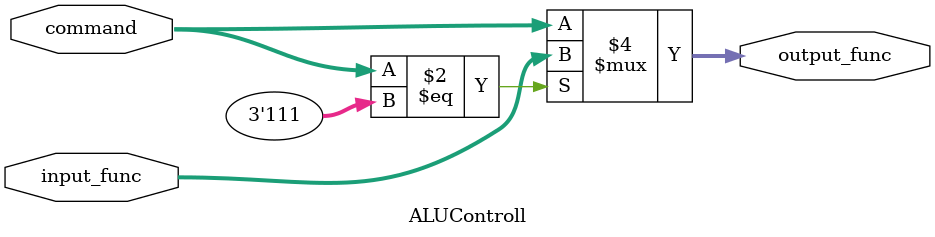
<source format=v>
`timescale 1ns / 1ps

module ALUControll
#(parameter ALU_controll_unit_length = 3, ALU_command_length = 3)
	(
	input wire [ALU_command_length - 1 : 0] input_func,
	input wire [ALU_controll_unit_length - 1 : 0] command,
	
	output reg [ALU_command_length - 1 : 0] output_func
    );
	
	localparam _other_func = 3'b111;
	
	always @ (*)
	begin
		if(command == _other_func)
			output_func = input_func;
		else
			output_func = command;
	end

endmodule

</source>
